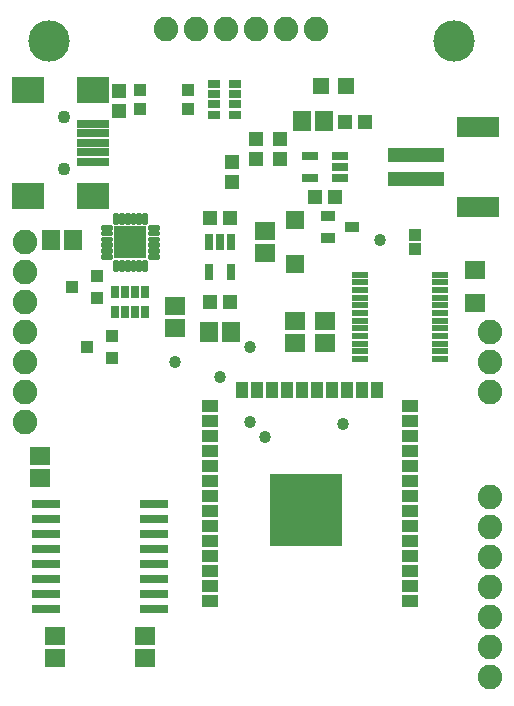
<source format=gts>
G75*
%MOIN*%
%OFA0B0*%
%FSLAX25Y25*%
%IPPOS*%
%LPD*%
%AMOC8*
5,1,8,0,0,1.08239X$1,22.5*
%
%ADD10R,0.06706X0.05918*%
%ADD11R,0.05918X0.06706*%
%ADD12R,0.04737X0.05131*%
%ADD13R,0.05131X0.04737*%
%ADD14R,0.05524X0.05524*%
%ADD15R,0.06312X0.06312*%
%ADD16C,0.13800*%
%ADD17R,0.09461X0.03162*%
%ADD18C,0.00951*%
%ADD19R,0.10643X0.10643*%
%ADD20R,0.04343X0.03950*%
%ADD21R,0.04800X0.03300*%
%ADD22R,0.02572X0.04343*%
%ADD23R,0.04343X0.02572*%
%ADD24R,0.04343X0.04343*%
%ADD25R,0.05524X0.02375*%
%ADD26R,0.05524X0.02965*%
%ADD27R,0.02965X0.05524*%
%ADD28R,0.05524X0.04343*%
%ADD29R,0.04343X0.05524*%
%ADD30R,0.24422X0.24422*%
%ADD31R,0.18910X0.04737*%
%ADD32R,0.14186X0.07099*%
%ADD33C,0.08200*%
%ADD34R,0.07099X0.06312*%
%ADD35R,0.04343X0.04146*%
%ADD36R,0.10643X0.02769*%
%ADD37R,0.10643X0.08674*%
%ADD38C,0.04343*%
%ADD39C,0.04048*%
D10*
X0041964Y0014260D03*
X0041964Y0021740D03*
X0071964Y0021740D03*
X0071964Y0014260D03*
X0036964Y0074260D03*
X0036964Y0081740D03*
X0081964Y0124260D03*
X0081964Y0131740D03*
X0111964Y0149260D03*
X0111964Y0156740D03*
X0121964Y0126740D03*
X0121964Y0119260D03*
X0131964Y0119260D03*
X0131964Y0126740D03*
D11*
X0100704Y0123000D03*
X0093224Y0123000D03*
X0048027Y0153748D03*
X0040547Y0153748D03*
X0124287Y0193157D03*
X0131767Y0193157D03*
D12*
X0116964Y0187409D03*
X0116964Y0180717D03*
X0108932Y0180717D03*
X0108932Y0187409D03*
X0100901Y0179535D03*
X0100901Y0172843D03*
X0063342Y0196465D03*
X0063342Y0203157D03*
D13*
X0093617Y0161031D03*
X0100310Y0161031D03*
X0100310Y0133000D03*
X0093617Y0133000D03*
X0128617Y0168000D03*
X0135310Y0168000D03*
X0138617Y0193000D03*
X0145310Y0193000D03*
D14*
X0138972Y0204811D03*
X0130704Y0204811D03*
D15*
X0121964Y0160283D03*
X0121964Y0145717D03*
D16*
X0174995Y0219969D03*
X0039995Y0219969D03*
D17*
X0038854Y0030500D03*
X0038854Y0035500D03*
X0038854Y0040500D03*
X0038854Y0045500D03*
X0038854Y0050500D03*
X0038854Y0055500D03*
X0038854Y0060500D03*
X0038854Y0065500D03*
X0075074Y0065500D03*
X0075074Y0060500D03*
X0075074Y0055500D03*
X0075074Y0050500D03*
X0075074Y0045500D03*
X0075074Y0040500D03*
X0075074Y0035500D03*
X0075074Y0030500D03*
D18*
X0071409Y0143626D02*
X0071409Y0146626D01*
X0072361Y0146626D01*
X0072361Y0143626D01*
X0071409Y0143626D01*
X0071409Y0144576D02*
X0072361Y0144576D01*
X0072361Y0145526D02*
X0071409Y0145526D01*
X0071409Y0146476D02*
X0072361Y0146476D01*
X0069441Y0146626D02*
X0069441Y0143626D01*
X0069441Y0146626D02*
X0070393Y0146626D01*
X0070393Y0143626D01*
X0069441Y0143626D01*
X0069441Y0144576D02*
X0070393Y0144576D01*
X0070393Y0145526D02*
X0069441Y0145526D01*
X0069441Y0146476D02*
X0070393Y0146476D01*
X0067472Y0146626D02*
X0067472Y0143626D01*
X0067472Y0146626D02*
X0068424Y0146626D01*
X0068424Y0143626D01*
X0067472Y0143626D01*
X0067472Y0144576D02*
X0068424Y0144576D01*
X0068424Y0145526D02*
X0067472Y0145526D01*
X0067472Y0146476D02*
X0068424Y0146476D01*
X0065504Y0146626D02*
X0065504Y0143626D01*
X0065504Y0146626D02*
X0066456Y0146626D01*
X0066456Y0143626D01*
X0065504Y0143626D01*
X0065504Y0144576D02*
X0066456Y0144576D01*
X0066456Y0145526D02*
X0065504Y0145526D01*
X0065504Y0146476D02*
X0066456Y0146476D01*
X0063535Y0146626D02*
X0063535Y0143626D01*
X0063535Y0146626D02*
X0064487Y0146626D01*
X0064487Y0143626D01*
X0063535Y0143626D01*
X0063535Y0144576D02*
X0064487Y0144576D01*
X0064487Y0145526D02*
X0063535Y0145526D01*
X0063535Y0146476D02*
X0064487Y0146476D01*
X0061567Y0146626D02*
X0061567Y0143626D01*
X0061567Y0146626D02*
X0062519Y0146626D01*
X0062519Y0143626D01*
X0061567Y0143626D01*
X0061567Y0144576D02*
X0062519Y0144576D01*
X0062519Y0145526D02*
X0061567Y0145526D01*
X0061567Y0146476D02*
X0062519Y0146476D01*
X0060590Y0147603D02*
X0057590Y0147603D01*
X0057590Y0148555D01*
X0060590Y0148555D01*
X0060590Y0147603D01*
X0060590Y0148553D02*
X0057590Y0148553D01*
X0057590Y0149571D02*
X0060590Y0149571D01*
X0057590Y0149571D02*
X0057590Y0150523D01*
X0060590Y0150523D01*
X0060590Y0149571D01*
X0060590Y0150521D02*
X0057590Y0150521D01*
X0057590Y0151540D02*
X0060590Y0151540D01*
X0057590Y0151540D02*
X0057590Y0152492D01*
X0060590Y0152492D01*
X0060590Y0151540D01*
X0060590Y0152490D02*
X0057590Y0152490D01*
X0057590Y0153508D02*
X0060590Y0153508D01*
X0057590Y0153508D02*
X0057590Y0154460D01*
X0060590Y0154460D01*
X0060590Y0153508D01*
X0060590Y0154458D02*
X0057590Y0154458D01*
X0057590Y0155477D02*
X0060590Y0155477D01*
X0057590Y0155477D02*
X0057590Y0156429D01*
X0060590Y0156429D01*
X0060590Y0155477D01*
X0060590Y0156427D02*
X0057590Y0156427D01*
X0057590Y0157445D02*
X0060590Y0157445D01*
X0057590Y0157445D02*
X0057590Y0158397D01*
X0060590Y0158397D01*
X0060590Y0157445D01*
X0060590Y0158395D02*
X0057590Y0158395D01*
X0062519Y0159374D02*
X0062519Y0162374D01*
X0062519Y0159374D02*
X0061567Y0159374D01*
X0061567Y0162374D01*
X0062519Y0162374D01*
X0062519Y0160324D02*
X0061567Y0160324D01*
X0061567Y0161274D02*
X0062519Y0161274D01*
X0062519Y0162224D02*
X0061567Y0162224D01*
X0064487Y0162374D02*
X0064487Y0159374D01*
X0063535Y0159374D01*
X0063535Y0162374D01*
X0064487Y0162374D01*
X0064487Y0160324D02*
X0063535Y0160324D01*
X0063535Y0161274D02*
X0064487Y0161274D01*
X0064487Y0162224D02*
X0063535Y0162224D01*
X0066456Y0162374D02*
X0066456Y0159374D01*
X0065504Y0159374D01*
X0065504Y0162374D01*
X0066456Y0162374D01*
X0066456Y0160324D02*
X0065504Y0160324D01*
X0065504Y0161274D02*
X0066456Y0161274D01*
X0066456Y0162224D02*
X0065504Y0162224D01*
X0068424Y0162374D02*
X0068424Y0159374D01*
X0067472Y0159374D01*
X0067472Y0162374D01*
X0068424Y0162374D01*
X0068424Y0160324D02*
X0067472Y0160324D01*
X0067472Y0161274D02*
X0068424Y0161274D01*
X0068424Y0162224D02*
X0067472Y0162224D01*
X0070393Y0162374D02*
X0070393Y0159374D01*
X0069441Y0159374D01*
X0069441Y0162374D01*
X0070393Y0162374D01*
X0070393Y0160324D02*
X0069441Y0160324D01*
X0069441Y0161274D02*
X0070393Y0161274D01*
X0070393Y0162224D02*
X0069441Y0162224D01*
X0072361Y0162374D02*
X0072361Y0159374D01*
X0071409Y0159374D01*
X0071409Y0162374D01*
X0072361Y0162374D01*
X0072361Y0160324D02*
X0071409Y0160324D01*
X0071409Y0161274D02*
X0072361Y0161274D01*
X0072361Y0162224D02*
X0071409Y0162224D01*
X0073338Y0158397D02*
X0076338Y0158397D01*
X0076338Y0157445D01*
X0073338Y0157445D01*
X0073338Y0158397D01*
X0073338Y0158395D02*
X0076338Y0158395D01*
X0076338Y0156429D02*
X0073338Y0156429D01*
X0076338Y0156429D02*
X0076338Y0155477D01*
X0073338Y0155477D01*
X0073338Y0156429D01*
X0073338Y0156427D02*
X0076338Y0156427D01*
X0076338Y0154460D02*
X0073338Y0154460D01*
X0076338Y0154460D02*
X0076338Y0153508D01*
X0073338Y0153508D01*
X0073338Y0154460D01*
X0073338Y0154458D02*
X0076338Y0154458D01*
X0076338Y0152492D02*
X0073338Y0152492D01*
X0076338Y0152492D02*
X0076338Y0151540D01*
X0073338Y0151540D01*
X0073338Y0152492D01*
X0073338Y0152490D02*
X0076338Y0152490D01*
X0076338Y0150523D02*
X0073338Y0150523D01*
X0076338Y0150523D02*
X0076338Y0149571D01*
X0073338Y0149571D01*
X0073338Y0150523D01*
X0073338Y0150521D02*
X0076338Y0150521D01*
X0076338Y0148555D02*
X0073338Y0148555D01*
X0076338Y0148555D02*
X0076338Y0147603D01*
X0073338Y0147603D01*
X0073338Y0148555D01*
X0073338Y0148553D02*
X0076338Y0148553D01*
D19*
X0066964Y0153000D03*
D20*
X0055901Y0141740D03*
X0055901Y0134260D03*
X0047633Y0138000D03*
X0060901Y0121740D03*
X0060901Y0114260D03*
X0052633Y0118000D03*
D21*
X0133027Y0154260D03*
X0133027Y0161740D03*
X0140901Y0158000D03*
D22*
X0072082Y0136346D03*
X0068539Y0136346D03*
X0065389Y0136346D03*
X0061846Y0136346D03*
X0061846Y0129654D03*
X0065389Y0129654D03*
X0068539Y0129654D03*
X0072082Y0129654D03*
D23*
X0095113Y0195441D03*
X0095113Y0198984D03*
X0095113Y0202134D03*
X0095113Y0205677D03*
X0101806Y0205677D03*
X0101806Y0202134D03*
X0101806Y0198984D03*
X0101806Y0195441D03*
D24*
X0086413Y0197173D03*
X0086413Y0203472D03*
X0070271Y0203472D03*
X0070271Y0197173D03*
D25*
X0143499Y0142075D03*
X0143499Y0139516D03*
X0143499Y0136957D03*
X0143499Y0134398D03*
X0143499Y0131839D03*
X0143499Y0129280D03*
X0143499Y0126720D03*
X0143499Y0124161D03*
X0143499Y0121602D03*
X0143499Y0119043D03*
X0143499Y0116484D03*
X0143499Y0113925D03*
X0170428Y0113925D03*
X0170428Y0116484D03*
X0170428Y0119043D03*
X0170428Y0121602D03*
X0170428Y0124161D03*
X0170428Y0126720D03*
X0170428Y0129280D03*
X0170428Y0131839D03*
X0170428Y0134398D03*
X0170428Y0136957D03*
X0170428Y0139516D03*
X0170428Y0142075D03*
D26*
X0137082Y0174260D03*
X0137082Y0178000D03*
X0137082Y0181740D03*
X0126845Y0181740D03*
X0126845Y0174260D03*
D27*
X0100704Y0153119D03*
X0096964Y0153119D03*
X0093224Y0153119D03*
X0093224Y0142881D03*
X0100704Y0142881D03*
D28*
X0093499Y0098315D03*
X0093499Y0093315D03*
X0093499Y0088315D03*
X0093499Y0083315D03*
X0093499Y0078315D03*
X0093499Y0073315D03*
X0093499Y0068315D03*
X0093499Y0063315D03*
X0093499Y0058315D03*
X0093499Y0053315D03*
X0093499Y0048315D03*
X0093499Y0043315D03*
X0093499Y0038315D03*
X0093499Y0033315D03*
X0160428Y0033315D03*
X0160428Y0038315D03*
X0160428Y0043315D03*
X0160428Y0048315D03*
X0160428Y0053315D03*
X0160428Y0058315D03*
X0160428Y0063315D03*
X0160428Y0068315D03*
X0160428Y0073315D03*
X0160428Y0078315D03*
X0160428Y0083315D03*
X0160428Y0088315D03*
X0160428Y0093315D03*
X0160428Y0098315D03*
D29*
X0149405Y0103787D03*
X0144405Y0103787D03*
X0139405Y0103787D03*
X0134405Y0103787D03*
X0129405Y0103787D03*
X0124405Y0103787D03*
X0119405Y0103787D03*
X0114405Y0103787D03*
X0109405Y0103787D03*
X0104405Y0103787D03*
D30*
X0125625Y0063630D03*
D31*
X0162397Y0174063D03*
X0162397Y0181937D03*
D32*
X0182869Y0191386D03*
X0182869Y0164614D03*
D33*
X0186964Y0123000D03*
X0186964Y0113000D03*
X0186964Y0103000D03*
X0186964Y0068000D03*
X0186964Y0058000D03*
X0186964Y0048000D03*
X0186964Y0038000D03*
X0186964Y0028000D03*
X0186964Y0018000D03*
X0186964Y0008000D03*
X0031964Y0093000D03*
X0031964Y0103000D03*
X0031964Y0113000D03*
X0031964Y0123000D03*
X0031964Y0133000D03*
X0031964Y0143000D03*
X0031964Y0153000D03*
X0079090Y0223906D03*
X0089090Y0223906D03*
X0099090Y0223906D03*
X0109090Y0223906D03*
X0119090Y0223906D03*
X0129090Y0223906D03*
D34*
X0181964Y0143512D03*
X0181964Y0132488D03*
D35*
X0161964Y0150717D03*
X0161964Y0155283D03*
D36*
X0054680Y0179772D03*
X0054680Y0182921D03*
X0054680Y0186071D03*
X0054680Y0189220D03*
X0054680Y0192370D03*
D37*
X0054680Y0203787D03*
X0033027Y0203787D03*
X0033027Y0168354D03*
X0054680Y0168354D03*
D38*
X0044838Y0177409D03*
X0044838Y0194732D03*
D39*
X0106964Y0118000D03*
X0096964Y0108000D03*
X0106964Y0093000D03*
X0111964Y0088000D03*
X0137791Y0092173D03*
X0150126Y0153690D03*
X0081964Y0113000D03*
M02*

</source>
